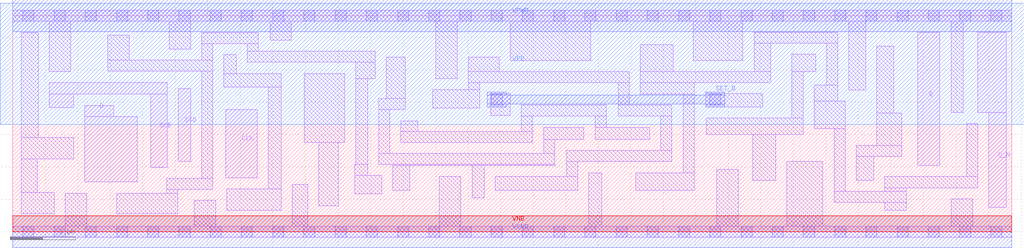
<source format=lef>
# Copyright 2020 The SkyWater PDK Authors
#
# Licensed under the Apache License, Version 2.0 (the "License");
# you may not use this file except in compliance with the License.
# You may obtain a copy of the License at
#
#     https://www.apache.org/licenses/LICENSE-2.0
#
# Unless required by applicable law or agreed to in writing, software
# distributed under the License is distributed on an "AS IS" BASIS,
# WITHOUT WARRANTIES OR CONDITIONS OF ANY KIND, either express or implied.
# See the License for the specific language governing permissions and
# limitations under the License.
#
# SPDX-License-Identifier: Apache-2.0

VERSION 5.7 ;
  NOWIREEXTENSIONATPIN ON ;
  DIVIDERCHAR "/" ;
  BUSBITCHARS "[]" ;
MACRO sky130_fd_sc_lp__sdfsbp_1
  CLASS CORE ;
  FOREIGN sky130_fd_sc_lp__sdfsbp_1 ;
  ORIGIN  0.000000  0.000000 ;
  SIZE  15.36000 BY  3.330000 ;
  SYMMETRY X Y R90 ;
  SITE unit ;
  PIN D
    ANTENNAGATEAREA  0.159000 ;
    DIRECTION INPUT ;
    USE SIGNAL ;
    PORT
      LAYER li1 ;
        RECT 1.105000 0.765000 1.915000 1.775000 ;
        RECT 1.105000 1.775000 1.555000 1.945000 ;
    END
  END D
  PIN Q
    ANTENNADIFFAREA  0.573300 ;
    DIRECTION OUTPUT ;
    USE SIGNAL ;
    PORT
      LAYER li1 ;
        RECT 13.915000 1.020000 14.250000 3.075000 ;
    END
  END Q
  PIN Q_N
    ANTENNADIFFAREA  0.556500 ;
    DIRECTION OUTPUT ;
    USE SIGNAL ;
    PORT
      LAYER li1 ;
        RECT 14.835000 1.840000 15.275000 3.075000 ;
        RECT 15.005000 0.380000 15.275000 1.840000 ;
    END
  END Q_N
  PIN SCD
    ANTENNAGATEAREA  0.159000 ;
    DIRECTION INPUT ;
    USE SIGNAL ;
    PORT
      LAYER li1 ;
        RECT 2.545000 1.080000 2.735000 2.205000 ;
    END
  END SCD
  PIN SCE
    ANTENNAGATEAREA  0.318000 ;
    DIRECTION INPUT ;
    USE SIGNAL ;
    PORT
      LAYER li1 ;
        RECT 0.560000 1.915000 0.935000 2.125000 ;
        RECT 0.560000 2.125000 2.375000 2.295000 ;
        RECT 2.125000 0.995000 2.375000 2.125000 ;
    END
  END SCE
  PIN SET_B
    ANTENNAGATEAREA  0.252000 ;
    DIRECTION INPUT ;
    USE SIGNAL ;
    PORT
      LAYER met1 ;
        RECT  7.295000 1.920000  7.585000 1.965000 ;
        RECT  7.295000 1.965000 10.945000 2.105000 ;
        RECT  7.295000 2.105000  7.585000 2.150000 ;
        RECT 10.655000 1.920000 10.945000 1.965000 ;
        RECT 10.655000 2.105000 10.945000 2.150000 ;
    END
  END SET_B
  PIN CLK
    ANTENNAGATEAREA  0.159000 ;
    DIRECTION INPUT ;
    USE CLOCK ;
    PORT
      LAYER li1 ;
        RECT 3.275000 0.830000 3.755000 1.885000 ;
    END
  END CLK
  PIN VGND
    DIRECTION INOUT ;
    USE GROUND ;
    PORT
      LAYER met1 ;
        RECT 0.000000 -0.245000 15.360000 0.245000 ;
    END
  END VGND
  PIN VNB
    DIRECTION INOUT ;
    USE GROUND ;
    PORT
      LAYER pwell ;
        RECT 0.000000 0.000000 15.360000 0.245000 ;
    END
  END VNB
  PIN VPB
    DIRECTION INOUT ;
    USE POWER ;
    PORT
      LAYER nwell ;
        RECT -0.190000 1.655000 15.550000 3.520000 ;
    END
  END VPB
  PIN VPWR
    DIRECTION INOUT ;
    USE POWER ;
    PORT
      LAYER met1 ;
        RECT 0.000000 3.085000 15.360000 3.575000 ;
    END
  END VPWR
  OBS
    LAYER li1 ;
      RECT  0.000000 -0.085000 15.360000 0.085000 ;
      RECT  0.000000  3.245000 15.360000 3.415000 ;
      RECT  0.130000  0.280000  0.635000 0.610000 ;
      RECT  0.130000  0.610000  0.380000 1.125000 ;
      RECT  0.130000  1.125000  0.935000 1.455000 ;
      RECT  0.130000  1.455000  0.390000 3.065000 ;
      RECT  0.560000  2.465000  0.890000 3.245000 ;
      RECT  0.805000  0.085000  1.135000 0.595000 ;
      RECT  1.460000  2.475000  3.075000 2.645000 ;
      RECT  1.460000  2.645000  1.790000 3.025000 ;
      RECT  1.595000  0.280000  2.540000 0.595000 ;
      RECT  2.370000  0.595000  2.540000 0.655000 ;
      RECT  2.370000  0.655000  3.075000 0.825000 ;
      RECT  2.405000  2.815000  2.735000 3.245000 ;
      RECT  2.790000  0.085000  3.120000 0.485000 ;
      RECT  2.905000  0.825000  3.075000 2.475000 ;
      RECT  2.905000  2.645000  3.075000 2.895000 ;
      RECT  2.905000  2.895000  3.775000 3.065000 ;
      RECT  3.245000  2.230000  4.125000 2.435000 ;
      RECT  3.245000  2.435000  3.435000 2.725000 ;
      RECT  3.290000  0.330000  4.125000 0.660000 ;
      RECT  3.605000  2.615000  5.575000 2.785000 ;
      RECT  3.605000  2.785000  3.775000 2.895000 ;
      RECT  3.925000  0.660000  4.125000 2.230000 ;
      RECT  3.955000  2.955000  4.285000 3.245000 ;
      RECT  4.295000  0.085000  4.535000 0.730000 ;
      RECT  4.480000  1.375000  5.105000 2.435000 ;
      RECT  4.705000  0.400000  5.005000 1.375000 ;
      RECT  5.255000  0.585000  5.670000 0.865000 ;
      RECT  5.255000  0.865000  5.455000 1.035000 ;
      RECT  5.275000  1.035000  5.455000 2.360000 ;
      RECT  5.275000  2.360000  5.575000 2.615000 ;
      RECT  5.625000  1.035000  8.335000 1.205000 ;
      RECT  5.625000  1.205000  5.795000 1.885000 ;
      RECT  5.625000  1.885000  6.035000 2.055000 ;
      RECT  5.745000  2.055000  6.035000 2.690000 ;
      RECT  5.840000  0.640000  6.100000 1.025000 ;
      RECT  5.840000  1.025000  8.335000 1.035000 ;
      RECT  5.965000  1.375000  7.985000 1.545000 ;
      RECT  5.965000  1.545000  6.225000 1.705000 ;
      RECT  6.455000  1.905000  7.175000 2.190000 ;
      RECT  6.505000  2.360000  6.835000 3.245000 ;
      RECT  6.560000  0.085000  6.890000 0.855000 ;
      RECT  7.005000  2.190000  7.175000 2.300000 ;
      RECT  7.005000  2.300000  9.475000 2.470000 ;
      RECT  7.005000  2.470000  7.480000 2.690000 ;
      RECT  7.060000  0.525000  7.250000 1.025000 ;
      RECT  7.345000  1.790000  7.645000 2.130000 ;
      RECT  7.420000  0.635000  8.685000 0.855000 ;
      RECT  7.650000  2.640000  8.885000 3.245000 ;
      RECT  7.815000  1.545000  7.985000 1.780000 ;
      RECT  7.815000  1.780000  9.125000 1.950000 ;
      RECT  8.165000  1.205000  8.335000 1.420000 ;
      RECT  8.165000  1.420000  8.775000 1.610000 ;
      RECT  8.515000  0.855000  8.685000 1.080000 ;
      RECT  8.515000  1.080000 10.130000 1.250000 ;
      RECT  8.855000  0.085000  9.055000 0.910000 ;
      RECT  8.955000  1.420000  9.790000 1.610000 ;
      RECT  8.955000  1.610000  9.125000 1.780000 ;
      RECT  9.305000  1.780000 10.130000 1.950000 ;
      RECT  9.305000  1.950000  9.475000 2.300000 ;
      RECT  9.575000  0.640000 10.480000 0.910000 ;
      RECT  9.645000  2.120000 10.480000 2.300000 ;
      RECT  9.645000  2.300000 11.655000 2.470000 ;
      RECT  9.645000  2.470000 10.150000 2.880000 ;
      RECT  9.960000  1.250000 10.130000 1.780000 ;
      RECT 10.310000  0.910000 10.480000 2.120000 ;
      RECT 10.460000  2.640000 11.225000 3.245000 ;
      RECT 10.650000  1.920000 11.530000 2.130000 ;
      RECT 10.660000  1.495000 12.150000 1.750000 ;
      RECT 10.820000  0.085000 11.150000 0.960000 ;
      RECT 11.375000  0.795000 11.730000 1.495000 ;
      RECT 11.395000  2.470000 11.655000 2.905000 ;
      RECT 11.395000  2.905000 12.685000 3.075000 ;
      RECT 11.900000  0.085000 12.455000 1.080000 ;
      RECT 11.975000  1.750000 12.150000 2.465000 ;
      RECT 11.975000  2.465000 12.345000 2.735000 ;
      RECT 12.320000  1.590000 12.795000 2.010000 ;
      RECT 12.320000  2.010000 12.685000 2.260000 ;
      RECT 12.515000  2.260000 12.685000 2.905000 ;
      RECT 12.625000  0.450000 13.735000 0.620000 ;
      RECT 12.625000  0.620000 12.795000 1.590000 ;
      RECT 12.855000  2.180000 13.115000 3.245000 ;
      RECT 12.965000  0.790000 13.235000 1.160000 ;
      RECT 12.965000  1.160000 13.665000 1.330000 ;
      RECT 13.285000  1.330000 13.665000 1.830000 ;
      RECT 13.285000  1.830000 13.545000 2.860000 ;
      RECT 13.405000  0.330000 13.735000 0.450000 ;
      RECT 13.405000  0.620000 13.735000 0.680000 ;
      RECT 13.405000  0.680000 14.835000 0.850000 ;
      RECT 14.425000  0.085000 14.755000 0.510000 ;
      RECT 14.425000  1.840000 14.615000 3.245000 ;
      RECT 14.665000  0.850000 14.835000 1.670000 ;
    LAYER mcon ;
      RECT  0.155000 -0.085000  0.325000 0.085000 ;
      RECT  0.155000  3.245000  0.325000 3.415000 ;
      RECT  0.635000 -0.085000  0.805000 0.085000 ;
      RECT  0.635000  3.245000  0.805000 3.415000 ;
      RECT  1.115000 -0.085000  1.285000 0.085000 ;
      RECT  1.115000  3.245000  1.285000 3.415000 ;
      RECT  1.595000 -0.085000  1.765000 0.085000 ;
      RECT  1.595000  3.245000  1.765000 3.415000 ;
      RECT  2.075000 -0.085000  2.245000 0.085000 ;
      RECT  2.075000  3.245000  2.245000 3.415000 ;
      RECT  2.555000 -0.085000  2.725000 0.085000 ;
      RECT  2.555000  3.245000  2.725000 3.415000 ;
      RECT  3.035000 -0.085000  3.205000 0.085000 ;
      RECT  3.035000  3.245000  3.205000 3.415000 ;
      RECT  3.515000 -0.085000  3.685000 0.085000 ;
      RECT  3.515000  3.245000  3.685000 3.415000 ;
      RECT  3.995000 -0.085000  4.165000 0.085000 ;
      RECT  3.995000  3.245000  4.165000 3.415000 ;
      RECT  4.475000 -0.085000  4.645000 0.085000 ;
      RECT  4.475000  3.245000  4.645000 3.415000 ;
      RECT  4.955000 -0.085000  5.125000 0.085000 ;
      RECT  4.955000  3.245000  5.125000 3.415000 ;
      RECT  5.435000 -0.085000  5.605000 0.085000 ;
      RECT  5.435000  3.245000  5.605000 3.415000 ;
      RECT  5.915000 -0.085000  6.085000 0.085000 ;
      RECT  5.915000  3.245000  6.085000 3.415000 ;
      RECT  6.395000 -0.085000  6.565000 0.085000 ;
      RECT  6.395000  3.245000  6.565000 3.415000 ;
      RECT  6.875000 -0.085000  7.045000 0.085000 ;
      RECT  6.875000  3.245000  7.045000 3.415000 ;
      RECT  7.355000 -0.085000  7.525000 0.085000 ;
      RECT  7.355000  1.950000  7.525000 2.120000 ;
      RECT  7.355000  3.245000  7.525000 3.415000 ;
      RECT  7.835000 -0.085000  8.005000 0.085000 ;
      RECT  7.835000  3.245000  8.005000 3.415000 ;
      RECT  8.315000 -0.085000  8.485000 0.085000 ;
      RECT  8.315000  3.245000  8.485000 3.415000 ;
      RECT  8.795000 -0.085000  8.965000 0.085000 ;
      RECT  8.795000  3.245000  8.965000 3.415000 ;
      RECT  9.275000 -0.085000  9.445000 0.085000 ;
      RECT  9.275000  3.245000  9.445000 3.415000 ;
      RECT  9.755000 -0.085000  9.925000 0.085000 ;
      RECT  9.755000  3.245000  9.925000 3.415000 ;
      RECT 10.235000 -0.085000 10.405000 0.085000 ;
      RECT 10.235000  3.245000 10.405000 3.415000 ;
      RECT 10.715000 -0.085000 10.885000 0.085000 ;
      RECT 10.715000  1.950000 10.885000 2.120000 ;
      RECT 10.715000  3.245000 10.885000 3.415000 ;
      RECT 11.195000 -0.085000 11.365000 0.085000 ;
      RECT 11.195000  3.245000 11.365000 3.415000 ;
      RECT 11.675000 -0.085000 11.845000 0.085000 ;
      RECT 11.675000  3.245000 11.845000 3.415000 ;
      RECT 12.155000 -0.085000 12.325000 0.085000 ;
      RECT 12.155000  3.245000 12.325000 3.415000 ;
      RECT 12.635000 -0.085000 12.805000 0.085000 ;
      RECT 12.635000  3.245000 12.805000 3.415000 ;
      RECT 13.115000 -0.085000 13.285000 0.085000 ;
      RECT 13.115000  3.245000 13.285000 3.415000 ;
      RECT 13.595000 -0.085000 13.765000 0.085000 ;
      RECT 13.595000  3.245000 13.765000 3.415000 ;
      RECT 14.075000 -0.085000 14.245000 0.085000 ;
      RECT 14.075000  3.245000 14.245000 3.415000 ;
      RECT 14.555000 -0.085000 14.725000 0.085000 ;
      RECT 14.555000  3.245000 14.725000 3.415000 ;
      RECT 15.035000 -0.085000 15.205000 0.085000 ;
      RECT 15.035000  3.245000 15.205000 3.415000 ;
  END
END sky130_fd_sc_lp__sdfsbp_1
END LIBRARY

</source>
